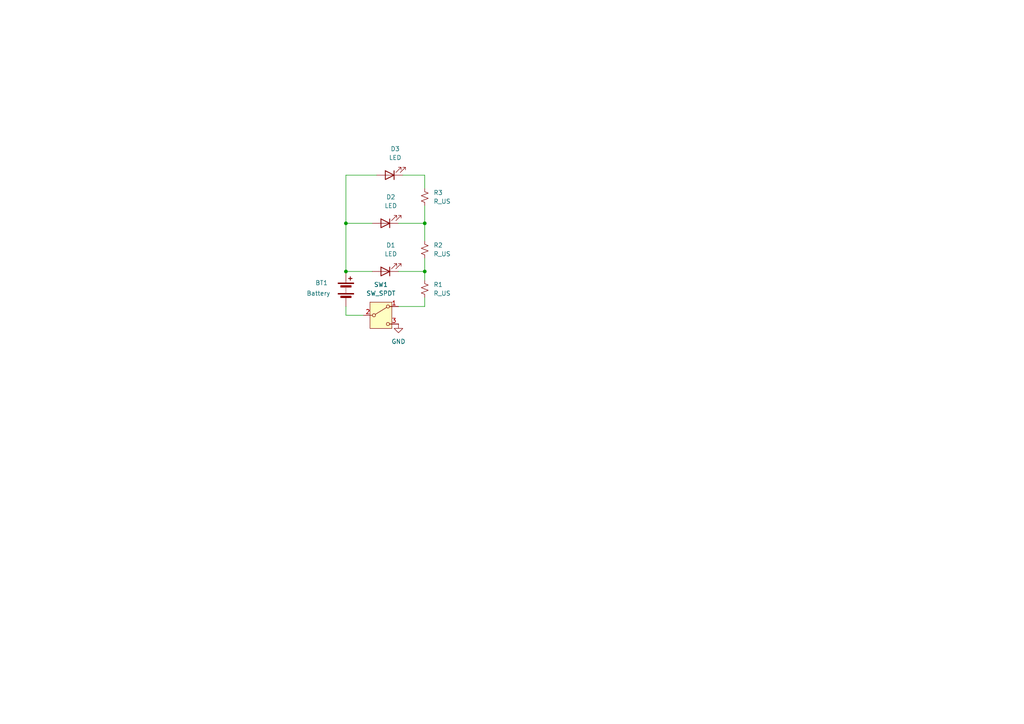
<source format=kicad_sch>
(kicad_sch (version 20231120) (generator "eeschema") (generator_version "8.0")
  (paper "A4")
  (lib_symbols
    (symbol "Device:Battery" (pin_numbers hide) (pin_names (offset 0) hide)
      (property "Reference" "BT" (at 2.54 2.54 0))
      (property "Value" "Battery" (at 2.54 0 0))
      (symbol "Battery_0_1"
        (rectangle (start -2.286 -1.27) (end 2.286 -1.524) (fill (type outline)))
        (rectangle (start -2.286 1.778) (end 2.286 1.524) (fill (type outline)))
        (rectangle (start -1.524 -2.032) (end 1.524 -2.54) (fill (type outline)))
        (rectangle (start -1.524 1.016) (end 1.524 0.508) (fill (type outline)))
        (polyline (pts (xy 0 -1.016) (xy 0 -0.762)))
        (polyline (pts (xy 0 -0.508) (xy 0 -0.254)))
        (polyline (pts (xy 0 0) (xy 0 0.254)))
        (polyline (pts (xy 0 1.778) (xy 0 2.54)))
        (polyline (pts (xy 0.762 3.048) (xy 1.778 3.048)) (stroke (width 0.254)))
        (polyline (pts (xy 1.27 3.556) (xy 1.27 2.54)) (stroke (width 0.254)))
      )
      (symbol "Battery_1_1"
        (pin passive line (at 0 5.08 270) (length 2.54) (name "+") (number "1"))
        (pin passive line (at 0 -5.08 90) (length 2.54) (name "-") (number "2"))
      )
    )
    (symbol "Device:LED" (pin_numbers hide) (pin_names (offset 1.016) hide)
      (property "Reference" "D" (at 0 2.54 0))
      (property "Value" "LED" (at 0 -2.54 0))
      (symbol "LED_0_1"
        (polyline (pts (xy -1.27 -1.27) (xy -1.27 1.27)) (stroke (width 0.254)))
        (polyline (pts (xy -1.27 0) (xy 1.27 0)))
        (polyline (pts (xy 1.27 -1.27) (xy 1.27 1.27) (xy -1.27 0) (xy 1.27 -1.27)) (stroke (width 0.254)))
        (polyline (pts (xy -3.048 -0.762) (xy -4.572 -2.286) (xy -3.81 -2.286) (xy -4.572 -2.286) (xy -4.572 -1.524)))
        (polyline (pts (xy -1.778 -0.762) (xy -3.302 -2.286) (xy -2.54 -2.286) (xy -3.302 -2.286) (xy -3.302 -1.524)))
      )
      (symbol "LED_1_1"
        (pin passive line (at -3.81 0 0) (length 2.54) (name "K") (number "1"))
        (pin passive line (at 3.81 0 180) (length 2.54) (name "A") (number "2"))
      )
    )
    (symbol "Device:R_Small_US" (pin_numbers hide) (pin_names (offset 0.254) hide)
      (property "Reference" "R" (at 0.762 0.508 0))
      (property "Value" "R_Small_US" (at 0.762 -1.016 0))
      (symbol "R_Small_US_1_1"
        (polyline (pts (xy 0 0) (xy 1.016 -0.381) (xy 0 -0.762) (xy -1.016 -1.143) (xy 0 -1.524)))
        (polyline (pts (xy 0 1.524) (xy 1.016 1.143) (xy 0 0.762) (xy -1.016 0.381) (xy 0 0)))
        (pin passive line (at 0 2.54 270) (length 1.016) (name "~") (number "1"))
        (pin passive line (at 0 -2.54 90) (length 1.016) (name "~") (number "2"))
      )
    )
    (symbol "Switch:SW_SPDT" (pin_names (offset 0) hide)
      (property "Reference" "SW" (at 0 5.08 0))
      (property "Value" "SW_SPDT" (at 0 -5.08 0))
      (symbol "SW_SPDT_0_1"
        (circle (center -2.032 0) (radius 0.4572))
        (polyline (pts (xy -1.651 0.254) (xy 1.651 2.286)))
        (circle (center 2.032 -2.54) (radius 0.4572))
        (circle (center 2.032 2.54) (radius 0.4572))
      )
      (symbol "SW_SPDT_1_1"
        (rectangle (start -3.175 3.81) (end 3.175 -3.81) (fill (type background)))
        (pin passive line (at 5.08 2.54 180) (length 2.54) (name "A") (number "1"))
        (pin passive line (at -5.08 0 0) (length 2.54) (name "B") (number "2"))
        (pin passive line (at 5.08 -2.54 180) (length 2.54) (name "C") (number "3"))
      )
    )
    (symbol "power:GND" (power) (pin_numbers hide) (pin_names (offset 0) hide)
      (property "Value" "GND" (at 0 -3.81 0))
      (symbol "GND_0_1"
        (polyline (pts (xy 0 0) (xy 0 -1.27) (xy 1.27 -1.27) (xy 0 -2.54) (xy -1.27 -1.27) (xy 0 -1.27)))
      )
      (symbol "GND_1_1"
        (pin power_in line (at 0 0 270) (length 0) (name "~") (number "1"))
      )
    )
  )
  (junction (at 100.33 64.77))
  (junction (at 123.19 78.74))
  (junction (at 123.19 64.77))
  (junction (at 100.33 78.74))
  (wire (pts (xy 100.33 64.77) (xy 100.33 78.74)))
  (wire (pts (xy 100.33 91.44) (xy 105.41 91.44)))
  (wire (pts (xy 123.19 88.9) (xy 115.57 88.9)))
  (wire (pts (xy 107.95 64.77) (xy 100.33 64.77)))
  (wire (pts (xy 116.84 50.8) (xy 123.19 50.8)))
  (wire (pts (xy 123.19 86.36) (xy 123.19 88.9)))
  (wire (pts (xy 123.19 74.93) (xy 123.19 78.74)))
  (wire (pts (xy 123.19 78.74) (xy 123.19 81.28)))
  (wire (pts (xy 115.57 78.74) (xy 123.19 78.74)))
  (wire (pts (xy 109.22 50.8) (xy 100.33 50.8)))
  (wire (pts (xy 123.19 59.69) (xy 123.19 64.77)))
  (wire (pts (xy 123.19 54.61) (xy 123.19 50.8)))
  (wire (pts (xy 100.33 88.9) (xy 100.33 91.44)))
  (wire (pts (xy 100.33 78.74) (xy 107.95 78.74)))
  (wire (pts (xy 123.19 64.77) (xy 115.57 64.77)))
  (wire (pts (xy 123.19 64.77) (xy 123.19 69.85)))
  (wire (pts (xy 100.33 50.8) (xy 100.33 64.77)))
  (symbol (lib_id "Switch:SW_SPDT") (at 110.49 91.44 0) (unit 1)
    (property "Reference" "SW1" (at 110.49 82.55 0))
    (property "Value" "SW_SPDT" (at 110.49 85.09 0))
    (property "Footprint" "Button_Switch_SMD:SW_SPDT_PCM12C03" (effects (hide yes)))
    (property "Description" "Switch, single pole double throw" (effects (hide yes)))
  )
  (symbol (lib_id "Device:LED") (at 111.76 78.74 180) (unit 1)
    (property "Reference" "D1" (at 113.3475 71.12 0))
    (property "Value" "LED" (at 113.3475 73.66 0))
    (property "Footprint" "LED_THT:LED_D1.8mm_W3.3mm_H2.4mm" (effects (hide yes)))
    (property "Description" "Light emitting diode" (effects (hide yes)))
  )
  (symbol (lib_id "Device:LED") (at 111.76 64.77 180) (unit 1)
    (property "Reference" "D2" (at 113.3475 57.15 0))
    (property "Value" "LED" (at 113.3475 59.69 0))
    (property "Footprint" "LED_THT:LED_D1.8mm_W3.3mm_H2.4mm" (effects (hide yes)))
    (property "Description" "Light emitting diode" (effects (hide yes)))
  )
  (symbol (lib_id "Device:R_Small_US") (at 123.19 57.15 0) (unit 1)
    (property "Reference" "R3" (at 125.73 55.8799 0) (effects (justify left)))
    (property "Value" "R_US" (at 125.73 58.4199 0) (effects (justify left)))
    (property "Footprint" "Resistor_SMD:R_0805_2012Metric_Pad1.20x1.40mm_HandSolder" (effects (hide yes)))
    (property "Description" "Resistor, small US symbol" (effects (hide yes)))
  )
  (symbol (lib_id "Device:LED") (at 113.03 50.8 180) (unit 1)
    (property "Reference" "D3" (at 114.6175 43.18 0))
    (property "Value" "LED" (at 114.6175 45.72 0))
    (property "Footprint" "LED_THT:LED_D1.8mm_W3.3mm_H2.4mm" (effects (hide yes)))
    (property "Description" "Light emitting diode" (effects (hide yes)))
  )
  (symbol (lib_id "power:GND") (at 115.57 93.98 0) (unit 1)
    (property "Reference" "#PWR01" (effects (hide yes)))
    (property "Value" "GND" (at 115.57 99.06 0))
    (property "Description" "Power symbol creates a global label with name \"GND\" , ground" (effects (hide yes)))
  )
  (symbol (lib_id "Device:R_Small_US") (at 123.19 83.82 0) (unit 1)
    (property "Reference" "R1" (at 125.73 82.5499 0) (effects (justify left)))
    (property "Value" "R_US" (at 125.73 85.0899 0) (effects (justify left)))
    (property "Footprint" "Resistor_SMD:R_0805_2012Metric_Pad1.20x1.40mm_HandSolder" (effects (hide yes)))
    (property "Description" "Resistor, small US symbol" (effects (hide yes)))
  )
  (symbol (lib_id "Device:Battery") (at 100.33 83.82 0) (unit 1)
    (property "Reference" "BT1" (at 91.44 82.042 0) (effects (justify left)))
    (property "Value" "Battery" (at 88.9 85.09 0) (effects (justify left)))
    (property "Footprint" "Battery:BatteryHolder_Multicomp_BC-2001_1x2032" (effects (hide yes)))
    (property "Description" "Multiple-cell battery" (effects (hide yes)))
  )
  (symbol (lib_id "Device:R_Small_US") (at 123.19 72.39 0) (unit 1)
    (property "Reference" "R2" (at 125.73 71.1199 0) (effects (justify left)))
    (property "Value" "R_US" (at 125.73 73.6599 0) (effects (justify left)))
    (property "Footprint" "Resistor_SMD:R_0805_2012Metric_Pad1.20x1.40mm_HandSolder" (effects (hide yes)))
    (property "Description" "Resistor, small US symbol" (effects (hide yes)))
  )
)
</source>
